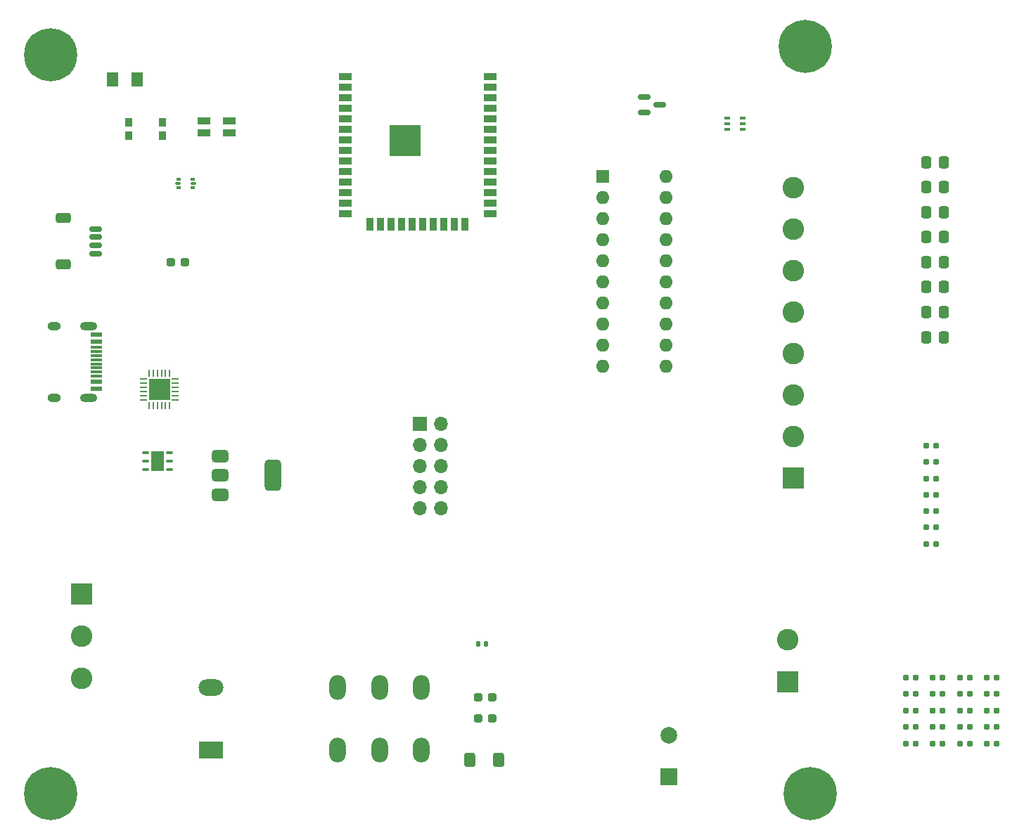
<source format=gbr>
%TF.GenerationSoftware,KiCad,Pcbnew,8.0.7*%
%TF.CreationDate,2024-12-30T15:32:59-05:00*%
%TF.ProjectId,IoT,496f542e-6b69-4636-9164-5f7063625858,rev?*%
%TF.SameCoordinates,Original*%
%TF.FileFunction,Copper,L1,Top*%
%TF.FilePolarity,Positive*%
%FSLAX46Y46*%
G04 Gerber Fmt 4.6, Leading zero omitted, Abs format (unit mm)*
G04 Created by KiCad (PCBNEW 8.0.7) date 2024-12-30 15:32:59*
%MOMM*%
%LPD*%
G01*
G04 APERTURE LIST*
G04 Aperture macros list*
%AMRoundRect*
0 Rectangle with rounded corners*
0 $1 Rounding radius*
0 $2 $3 $4 $5 $6 $7 $8 $9 X,Y pos of 4 corners*
0 Add a 4 corners polygon primitive as box body*
4,1,4,$2,$3,$4,$5,$6,$7,$8,$9,$2,$3,0*
0 Add four circle primitives for the rounded corners*
1,1,$1+$1,$2,$3*
1,1,$1+$1,$4,$5*
1,1,$1+$1,$6,$7*
1,1,$1+$1,$8,$9*
0 Add four rect primitives between the rounded corners*
20,1,$1+$1,$2,$3,$4,$5,0*
20,1,$1+$1,$4,$5,$6,$7,0*
20,1,$1+$1,$6,$7,$8,$9,0*
20,1,$1+$1,$8,$9,$2,$3,0*%
G04 Aperture macros list end*
%TA.AperFunction,SMDPad,CuDef*%
%ADD10R,1.450000X0.600000*%
%TD*%
%TA.AperFunction,SMDPad,CuDef*%
%ADD11R,1.450000X0.300000*%
%TD*%
%TA.AperFunction,ComponentPad*%
%ADD12O,2.100000X1.000000*%
%TD*%
%TA.AperFunction,ComponentPad*%
%ADD13O,1.600000X1.000000*%
%TD*%
%TA.AperFunction,ComponentPad*%
%ADD14R,2.600000X2.600000*%
%TD*%
%TA.AperFunction,ComponentPad*%
%ADD15C,2.600000*%
%TD*%
%TA.AperFunction,SMDPad,CuDef*%
%ADD16RoundRect,0.375000X-0.625000X-0.375000X0.625000X-0.375000X0.625000X0.375000X-0.625000X0.375000X0*%
%TD*%
%TA.AperFunction,SMDPad,CuDef*%
%ADD17RoundRect,0.500000X-0.500000X-1.400000X0.500000X-1.400000X0.500000X1.400000X-0.500000X1.400000X0*%
%TD*%
%TA.AperFunction,ComponentPad*%
%ADD18R,1.600000X1.600000*%
%TD*%
%TA.AperFunction,ComponentPad*%
%ADD19O,1.600000X1.600000*%
%TD*%
%TA.AperFunction,SMDPad,CuDef*%
%ADD20RoundRect,0.100000X-0.300000X-0.100000X0.300000X-0.100000X0.300000X0.100000X-0.300000X0.100000X0*%
%TD*%
%TA.AperFunction,HeatsinkPad*%
%ADD21R,1.500000X2.400000*%
%TD*%
%TA.AperFunction,SMDPad,CuDef*%
%ADD22RoundRect,0.062500X-0.350000X-0.062500X0.350000X-0.062500X0.350000X0.062500X-0.350000X0.062500X0*%
%TD*%
%TA.AperFunction,SMDPad,CuDef*%
%ADD23RoundRect,0.062500X-0.062500X-0.350000X0.062500X-0.350000X0.062500X0.350000X-0.062500X0.350000X0*%
%TD*%
%TA.AperFunction,HeatsinkPad*%
%ADD24R,2.600000X2.600000*%
%TD*%
%TA.AperFunction,SMDPad,CuDef*%
%ADD25RoundRect,0.093750X-0.156250X-0.093750X0.156250X-0.093750X0.156250X0.093750X-0.156250X0.093750X0*%
%TD*%
%TA.AperFunction,SMDPad,CuDef*%
%ADD26RoundRect,0.075000X-0.250000X-0.075000X0.250000X-0.075000X0.250000X0.075000X-0.250000X0.075000X0*%
%TD*%
%TA.AperFunction,SMDPad,CuDef*%
%ADD27R,0.900000X0.900000*%
%TD*%
%TA.AperFunction,HeatsinkPad*%
%ADD28C,0.600000*%
%TD*%
%TA.AperFunction,SMDPad,CuDef*%
%ADD29R,3.800000X3.800000*%
%TD*%
%TA.AperFunction,SMDPad,CuDef*%
%ADD30R,1.500000X0.900000*%
%TD*%
%TA.AperFunction,SMDPad,CuDef*%
%ADD31R,0.900000X1.500000*%
%TD*%
%TA.AperFunction,SMDPad,CuDef*%
%ADD32R,0.900000X1.000000*%
%TD*%
%TA.AperFunction,SMDPad,CuDef*%
%ADD33RoundRect,0.160000X-0.197500X-0.160000X0.197500X-0.160000X0.197500X0.160000X-0.197500X0.160000X0*%
%TD*%
%TA.AperFunction,SMDPad,CuDef*%
%ADD34RoundRect,0.150000X-0.587500X-0.150000X0.587500X-0.150000X0.587500X0.150000X-0.587500X0.150000X0*%
%TD*%
%TA.AperFunction,SMDPad,CuDef*%
%ADD35RoundRect,0.100000X-0.225000X-0.100000X0.225000X-0.100000X0.225000X0.100000X-0.225000X0.100000X0*%
%TD*%
%TA.AperFunction,ComponentPad*%
%ADD36O,2.000000X3.000000*%
%TD*%
%TA.AperFunction,ComponentPad*%
%ADD37R,3.000000X2.000000*%
%TD*%
%TA.AperFunction,ComponentPad*%
%ADD38O,3.000000X2.000000*%
%TD*%
%TA.AperFunction,ComponentPad*%
%ADD39R,1.700000X1.700000*%
%TD*%
%TA.AperFunction,ComponentPad*%
%ADD40O,1.700000X1.700000*%
%TD*%
%TA.AperFunction,SMDPad,CuDef*%
%ADD41RoundRect,0.150000X-0.625000X0.150000X-0.625000X-0.150000X0.625000X-0.150000X0.625000X0.150000X0*%
%TD*%
%TA.AperFunction,SMDPad,CuDef*%
%ADD42RoundRect,0.250000X-0.650000X0.350000X-0.650000X-0.350000X0.650000X-0.350000X0.650000X0.350000X0*%
%TD*%
%TA.AperFunction,ComponentPad*%
%ADD43C,0.800000*%
%TD*%
%TA.AperFunction,ComponentPad*%
%ADD44C,6.400000*%
%TD*%
%TA.AperFunction,SMDPad,CuDef*%
%ADD45RoundRect,0.237500X-0.287500X-0.237500X0.287500X-0.237500X0.287500X0.237500X-0.287500X0.237500X0*%
%TD*%
%TA.AperFunction,SMDPad,CuDef*%
%ADD46RoundRect,0.250001X-0.462499X-0.624999X0.462499X-0.624999X0.462499X0.624999X-0.462499X0.624999X0*%
%TD*%
%TA.AperFunction,SMDPad,CuDef*%
%ADD47RoundRect,0.147500X-0.147500X-0.172500X0.147500X-0.172500X0.147500X0.172500X-0.147500X0.172500X0*%
%TD*%
%TA.AperFunction,SMDPad,CuDef*%
%ADD48RoundRect,0.250000X-0.400000X-0.600000X0.400000X-0.600000X0.400000X0.600000X-0.400000X0.600000X0*%
%TD*%
%TA.AperFunction,SMDPad,CuDef*%
%ADD49RoundRect,0.155000X-0.212500X-0.155000X0.212500X-0.155000X0.212500X0.155000X-0.212500X0.155000X0*%
%TD*%
%TA.AperFunction,SMDPad,CuDef*%
%ADD50RoundRect,0.250000X-0.337500X-0.475000X0.337500X-0.475000X0.337500X0.475000X-0.337500X0.475000X0*%
%TD*%
%TA.AperFunction,ComponentPad*%
%ADD51R,2.000000X2.000000*%
%TD*%
%TA.AperFunction,ComponentPad*%
%ADD52C,2.000000*%
%TD*%
G04 APERTURE END LIST*
D10*
%TO.P,J1,A1,GND*%
%TO.N,N/C*%
X111045000Y-89750000D03*
%TO.P,J1,A4,VBUS*%
X111045000Y-90550000D03*
D11*
%TO.P,J1,A5,CC1*%
X111045000Y-91750000D03*
%TO.P,J1,A6,D+*%
X111045000Y-92750000D03*
%TO.P,J1,A7,D-*%
X111045000Y-93250000D03*
%TO.P,J1,A8,SBU1*%
X111045000Y-94250000D03*
D10*
%TO.P,J1,A9,VBUS*%
X111045000Y-95450000D03*
%TO.P,J1,A12,GND*%
X111045000Y-96250000D03*
%TO.P,J1,B1,GND*%
X111045000Y-96250000D03*
%TO.P,J1,B4,VBUS*%
X111045000Y-95450000D03*
D11*
%TO.P,J1,B5,CC2*%
X111045000Y-94750000D03*
%TO.P,J1,B6,D+*%
X111045000Y-93750000D03*
%TO.P,J1,B7,D-*%
X111045000Y-92250000D03*
%TO.P,J1,B8,SBU2*%
X111045000Y-91250000D03*
D10*
%TO.P,J1,B9,VBUS*%
X111045000Y-90550000D03*
%TO.P,J1,B12,GND*%
X111045000Y-89750000D03*
D12*
%TO.P,J1,S1,SHIELD*%
X110130000Y-88680000D03*
D13*
X105950000Y-88680000D03*
D12*
X110130000Y-97320000D03*
D13*
X105950000Y-97320000D03*
%TD*%
D14*
%TO.P,J3,1,Pin_1*%
%TO.N,N/C*%
X109300000Y-121000000D03*
D15*
%TO.P,J3,2,Pin_2*%
X109300000Y-126080000D03*
%TO.P,J3,3,Pin_3*%
X109300000Y-131160000D03*
%TD*%
D16*
%TO.P,U6,1,GND*%
%TO.N,GND*%
X126000000Y-104400000D03*
%TO.P,U6,2,VO*%
%TO.N,+3.3V*%
X126000000Y-106700000D03*
D17*
X132300000Y-106700000D03*
D16*
%TO.P,U6,3,VI*%
%TO.N,+5V*%
X126000000Y-109000000D03*
%TD*%
D18*
%TO.P,U5,1,A->B*%
%TO.N,+5V*%
X172000000Y-70680000D03*
D19*
%TO.P,U5,2,A0*%
%TO.N,/LEDSTR1*%
X172000000Y-73220000D03*
%TO.P,U5,3,A1*%
%TO.N,/LEDSTR2*%
X172000000Y-75760000D03*
%TO.P,U5,4,A2*%
%TO.N,/LEDSTR3*%
X172000000Y-78300000D03*
%TO.P,U5,5,A3*%
%TO.N,/LEDSTR4*%
X172000000Y-80840000D03*
%TO.P,U5,6,A4*%
%TO.N,GND*%
X172000000Y-83380000D03*
%TO.P,U5,7,A5*%
X172000000Y-85920000D03*
%TO.P,U5,8,A6*%
X172000000Y-88460000D03*
%TO.P,U5,9,A7*%
X172000000Y-91000000D03*
%TO.P,U5,10,GND*%
X172000000Y-93540000D03*
%TO.P,U5,11,B7*%
%TO.N,unconnected-(U5-B7-Pad11)*%
X179620000Y-93540000D03*
%TO.P,U5,12,B6*%
%TO.N,unconnected-(U5-B6-Pad12)*%
X179620000Y-91000000D03*
%TO.P,U5,13,B5*%
%TO.N,unconnected-(U5-B5-Pad13)*%
X179620000Y-88460000D03*
%TO.P,U5,14,B4*%
%TO.N,unconnected-(U5-B4-Pad14)*%
X179620000Y-85920000D03*
%TO.P,U5,15,B3*%
%TO.N,Net-(U5-B3)*%
X179620000Y-83380000D03*
%TO.P,U5,16,B2*%
%TO.N,Net-(U5-B2)*%
X179620000Y-80840000D03*
%TO.P,U5,17,B1*%
%TO.N,Net-(U5-B1)*%
X179620000Y-78300000D03*
%TO.P,U5,18,B0*%
%TO.N,Net-(U5-B0)*%
X179620000Y-75760000D03*
%TO.P,U5,19,CE*%
%TO.N,GND*%
X179620000Y-73220000D03*
%TO.P,U5,20,VCC*%
%TO.N,+5V*%
X179620000Y-70680000D03*
%TD*%
D20*
%TO.P,U4,1,SDA*%
%TO.N,/SDA*%
X117000000Y-104000000D03*
%TO.P,U4,2,GND*%
%TO.N,GND*%
X117000000Y-105000000D03*
%TO.P,U4,3,NC*%
%TO.N,unconnected-(U4-NC-Pad3)*%
X117000000Y-106000000D03*
%TO.P,U4,4,NC*%
%TO.N,unconnected-(U4-NC-Pad4)*%
X119900000Y-106000000D03*
%TO.P,U4,5,VDD*%
%TO.N,+3.3V*%
X119900000Y-105000000D03*
%TO.P,U4,6,SCL*%
%TO.N,/SCL*%
X119900000Y-104000000D03*
D21*
%TO.P,U4,7,PAD*%
%TO.N,GND*%
X118450000Y-105000000D03*
%TD*%
D22*
%TO.P,U3,1,~{RI}*%
%TO.N,unconnected-(U3-~{RI}-Pad1)*%
X116712500Y-95100000D03*
%TO.P,U3,2,GND*%
%TO.N,GND*%
X116712500Y-95600000D03*
%TO.P,U3,3,D+*%
%TO.N,Net-(U3-D+)*%
X116712500Y-96100000D03*
%TO.P,U3,4,D-*%
%TO.N,Net-(U3-D-)*%
X116712500Y-96600000D03*
%TO.P,U3,5,VIO*%
%TO.N,+3.3VA*%
X116712500Y-97100000D03*
%TO.P,U3,6,VDD*%
X116712500Y-97600000D03*
D23*
%TO.P,U3,7,REGIN*%
%TO.N,+5V*%
X117400000Y-98287500D03*
%TO.P,U3,8,VBUS*%
X117900000Y-98287500D03*
%TO.P,U3,9,~{RST}*%
%TO.N,Net-(U3-~{RST})*%
X118400000Y-98287500D03*
%TO.P,U3,10,NC*%
%TO.N,unconnected-(U3-NC-Pad10)*%
X118900000Y-98287500D03*
%TO.P,U3,11,GPIO.3*%
%TO.N,unconnected-(U3-GPIO.3-Pad11)*%
X119400000Y-98287500D03*
%TO.P,U3,12,RS485/GPIO.2*%
%TO.N,unconnected-(U3-RS485{slash}GPIO.2-Pad12)*%
X119900000Y-98287500D03*
D22*
%TO.P,U3,13,RXT/GPIO.1*%
%TO.N,unconnected-(U3-RXT{slash}GPIO.1-Pad13)*%
X120587500Y-97600000D03*
%TO.P,U3,14,TXT/GPIO.0*%
%TO.N,unconnected-(U3-TXT{slash}GPIO.0-Pad14)*%
X120587500Y-97100000D03*
%TO.P,U3,15,~{SUSPEND}*%
%TO.N,unconnected-(U3-~{SUSPEND}-Pad15)*%
X120587500Y-96600000D03*
%TO.P,U3,16,VPP*%
%TO.N,Net-(U3-VPP)*%
X120587500Y-96100000D03*
%TO.P,U3,17,SUSPEND*%
%TO.N,unconnected-(U3-SUSPEND-Pad17)*%
X120587500Y-95600000D03*
%TO.P,U3,18,~{CTS}*%
%TO.N,unconnected-(U3-~{CTS}-Pad18)*%
X120587500Y-95100000D03*
D23*
%TO.P,U3,19,~{RTS}*%
%TO.N,unconnected-(U3-~{RTS}-Pad19)*%
X119900000Y-94412500D03*
%TO.P,U3,20,RXD*%
%TO.N,Net-(U3-RXD)*%
X119400000Y-94412500D03*
%TO.P,U3,21,TXD*%
%TO.N,Net-(U3-TXD)*%
X118900000Y-94412500D03*
%TO.P,U3,22,~{DSR}*%
%TO.N,unconnected-(U3-~{DSR}-Pad22)*%
X118400000Y-94412500D03*
%TO.P,U3,23,~{DTR}*%
%TO.N,/DTR*%
X117900000Y-94412500D03*
%TO.P,U3,24,~{DCD}*%
%TO.N,unconnected-(U3-~{DCD}-Pad24)*%
X117400000Y-94412500D03*
D24*
%TO.P,U3,25,GND*%
%TO.N,GND*%
X118650000Y-96350000D03*
%TD*%
D25*
%TO.P,U2,1,I/O1*%
%TO.N,Net-(U3-D-)*%
X121000000Y-71000000D03*
D26*
%TO.P,U2,2,GND*%
%TO.N,GND*%
X120925000Y-71537500D03*
D25*
%TO.P,U2,3,I/O2*%
%TO.N,Net-(J1-D--PadA7)*%
X121000000Y-72075000D03*
%TO.P,U2,4,I/O2*%
%TO.N,Net-(J1-D+-PadA6)*%
X122700000Y-72075000D03*
D26*
%TO.P,U2,5,VBUS*%
%TO.N,+5V*%
X122775000Y-71537500D03*
D25*
%TO.P,U2,6,I/O1*%
%TO.N,Net-(U3-D+)*%
X122700000Y-71000000D03*
%TD*%
D27*
%TO.P,U1,39,GND*%
%TO.N,GND*%
X149650000Y-67770000D03*
D28*
X149650000Y-67070000D03*
D27*
X149650000Y-66370000D03*
D28*
X149650000Y-65670000D03*
D27*
X149650000Y-64970000D03*
D28*
X148950000Y-67770000D03*
X148950000Y-66370000D03*
X148950000Y-64970000D03*
D27*
X148250000Y-67770000D03*
D29*
X148250000Y-66370000D03*
D27*
X148250000Y-66370000D03*
X148250000Y-64970000D03*
D28*
X148225000Y-67070000D03*
X148225000Y-65670000D03*
X147550000Y-67770000D03*
X147550000Y-66370000D03*
X147550000Y-64970000D03*
D27*
X146850000Y-67770000D03*
D28*
X146850000Y-67070000D03*
D27*
X146850000Y-66370000D03*
D28*
X146850000Y-65670000D03*
D27*
X146850000Y-64970000D03*
D30*
%TO.P,U1,38,GND*%
X158500000Y-58650000D03*
%TO.P,U1,37,IO23*%
%TO.N,/SCL*%
X158500000Y-59920000D03*
%TO.P,U1,36,IO22*%
%TO.N,/SDA*%
X158500000Y-61190000D03*
%TO.P,U1,35,TXD0/IO1*%
%TO.N,/RX*%
X158500000Y-62460000D03*
%TO.P,U1,34,RXD0/IO3*%
%TO.N,/TX*%
X158500000Y-63730000D03*
%TO.P,U1,33,IO21*%
%TO.N,/SW*%
X158500000Y-65000000D03*
%TO.P,U1,32,NC*%
%TO.N,unconnected-(U1-NC-Pad32)*%
X158500000Y-66270000D03*
%TO.P,U1,31,IO19*%
%TO.N,/LEDSTR4*%
X158500000Y-67540000D03*
%TO.P,U1,30,IO18*%
%TO.N,/LEDSTR3*%
X158500000Y-68810000D03*
%TO.P,U1,29,IO5*%
%TO.N,unconnected-(U1-IO5-Pad29)*%
X158500000Y-70080000D03*
%TO.P,U1,28,IO17*%
%TO.N,/LEDSTR2*%
X158500000Y-71350000D03*
%TO.P,U1,27,IO16*%
%TO.N,/LEDSTR1*%
X158500000Y-72620000D03*
%TO.P,U1,26,IO4*%
%TO.N,unconnected-(U1-IO4-Pad26)*%
X158500000Y-73890000D03*
%TO.P,U1,25,IO0*%
%TO.N,/IO0*%
X158500000Y-75160000D03*
D31*
%TO.P,U1,24,IO2*%
%TO.N,unconnected-(U1-IO2-Pad24)*%
X155470000Y-76410000D03*
%TO.P,U1,23,IO15*%
%TO.N,/LED_G*%
X154200000Y-76410000D03*
%TO.P,U1,22,SDI/SD1*%
%TO.N,unconnected-(U1-SDI{slash}SD1-Pad22)*%
X152930000Y-76410000D03*
%TO.P,U1,21,SDO/SD0*%
%TO.N,unconnected-(U1-SDO{slash}SD0-Pad21)*%
X151660000Y-76410000D03*
%TO.P,U1,20,SCK/CLK*%
%TO.N,unconnected-(U1-SCK{slash}CLK-Pad20)*%
X150390000Y-76410000D03*
%TO.P,U1,19,SCS/CMD*%
%TO.N,unconnected-(U1-SCS{slash}CMD-Pad19)*%
X149120000Y-76410000D03*
%TO.P,U1,18,SWP/SD3*%
%TO.N,unconnected-(U1-SWP{slash}SD3-Pad18)*%
X147850000Y-76410000D03*
%TO.P,U1,17,SHD/SD2*%
%TO.N,unconnected-(U1-SHD{slash}SD2-Pad17)*%
X146580000Y-76410000D03*
%TO.P,U1,16,IO13*%
%TO.N,/LED_R*%
X145310000Y-76410000D03*
%TO.P,U1,15,GND*%
%TO.N,GND*%
X144040000Y-76410000D03*
D30*
%TO.P,U1,14,IO12*%
%TO.N,unconnected-(U1-IO12-Pad14)*%
X141000000Y-75160000D03*
%TO.P,U1,13,IO14*%
%TO.N,/LED_B*%
X141000000Y-73890000D03*
%TO.P,U1,12,IO27*%
%TO.N,/GPIO27*%
X141000000Y-72620000D03*
%TO.P,U1,11,IO26*%
%TO.N,/GPIO26*%
X141000000Y-71350000D03*
%TO.P,U1,10,IO25*%
%TO.N,/RELAY*%
X141000000Y-70080000D03*
%TO.P,U1,9,IO33*%
%TO.N,/GPIO33*%
X141000000Y-68810000D03*
%TO.P,U1,8,IO32*%
%TO.N,/GPIO32*%
X141000000Y-67540000D03*
%TO.P,U1,7,IO35*%
%TO.N,/GPIO35*%
X141000000Y-66270000D03*
%TO.P,U1,6,IO34*%
%TO.N,/GPIO34*%
X141000000Y-65000000D03*
%TO.P,U1,5,SENSOR_VN*%
%TO.N,unconnected-(U1-SENSOR_VN-Pad5)*%
X141000000Y-63730000D03*
%TO.P,U1,4,SENSOR_VP*%
%TO.N,unconnected-(U1-SENSOR_VP-Pad4)*%
X141000000Y-62460000D03*
%TO.P,U1,3,EN*%
%TO.N,/EN*%
X141000000Y-61190000D03*
%TO.P,U1,2,VDD*%
%TO.N,+3.3V*%
X141000000Y-59920000D03*
%TO.P,U1,1,GND*%
%TO.N,GND*%
X141000000Y-58650000D03*
%TD*%
D32*
%TO.P,SW1,1,A*%
%TO.N,GND*%
X114950000Y-64200000D03*
X119050000Y-64200000D03*
%TO.P,SW1,2,B*%
%TO.N,/SW*%
X114950000Y-65800000D03*
X119050000Y-65800000D03*
%TD*%
D33*
%TO.P,R20,2*%
%TO.N,/EN*%
X219445000Y-138990000D03*
%TO.P,R20,1*%
%TO.N,+3.3V*%
X218250000Y-138990000D03*
%TD*%
%TO.P,R19,2*%
%TO.N,Net-(J4-Pin_6)*%
X219445000Y-137000000D03*
%TO.P,R19,1*%
%TO.N,Net-(U5-B3)*%
X218250000Y-137000000D03*
%TD*%
%TO.P,R18,1*%
%TO.N,Net-(U5-B2)*%
X218250000Y-135010000D03*
%TO.P,R18,2*%
%TO.N,Net-(J4-Pin_5)*%
X219445000Y-135010000D03*
%TD*%
%TO.P,R17,1*%
%TO.N,Net-(U5-B1)*%
X218250000Y-133020000D03*
%TO.P,R17,2*%
%TO.N,Net-(J4-Pin_4)*%
X219445000Y-133020000D03*
%TD*%
%TO.P,R16,1*%
%TO.N,+5V*%
X218250000Y-131030000D03*
%TO.P,R16,2*%
%TO.N,Net-(D2-A)*%
X219445000Y-131030000D03*
%TD*%
%TO.P,R15,2*%
%TO.N,Net-(Q2-B)*%
X216195000Y-138990000D03*
%TO.P,R15,1*%
%TO.N,unconnected-(R15-Pad1)*%
X215000000Y-138990000D03*
%TD*%
%TO.P,R14,2*%
%TO.N,GND*%
X216195000Y-137000000D03*
%TO.P,R14,1*%
%TO.N,Net-(Q2-B)*%
X215000000Y-137000000D03*
%TD*%
%TO.P,R13,1*%
%TO.N,+3.3V*%
X215000000Y-135010000D03*
%TO.P,R13,2*%
%TO.N,/SCL*%
X216195000Y-135010000D03*
%TD*%
%TO.P,R12,1*%
%TO.N,+3.3V*%
X215000000Y-133020000D03*
%TO.P,R12,2*%
%TO.N,/SDA*%
X216195000Y-133020000D03*
%TD*%
%TO.P,R11,1*%
%TO.N,Net-(U5-B0)*%
X215000000Y-131030000D03*
%TO.P,R11,2*%
%TO.N,Net-(J4-Pin_3)*%
X216195000Y-131030000D03*
%TD*%
%TO.P,R10,2*%
%TO.N,Net-(D3-BK)*%
X212945000Y-138990000D03*
%TO.P,R10,1*%
%TO.N,/LED_B*%
X211750000Y-138990000D03*
%TD*%
%TO.P,R9,2*%
%TO.N,Net-(D3-GK)*%
X212945000Y-137000000D03*
%TO.P,R9,1*%
%TO.N,/LED_G*%
X211750000Y-137000000D03*
%TD*%
%TO.P,R8,1*%
%TO.N,/LED_R*%
X211750000Y-135010000D03*
%TO.P,R8,2*%
%TO.N,Net-(D3-RK)*%
X212945000Y-135010000D03*
%TD*%
%TO.P,R7,1*%
%TO.N,+3.3V*%
X211750000Y-133020000D03*
%TO.P,R7,2*%
%TO.N,/SW*%
X212945000Y-133020000D03*
%TD*%
%TO.P,R6,1*%
%TO.N,+3.3V*%
X211750000Y-131030000D03*
%TO.P,R6,2*%
%TO.N,Net-(D4-A)*%
X212945000Y-131030000D03*
%TD*%
%TO.P,R5,2*%
%TO.N,/TX*%
X209695000Y-138990000D03*
%TO.P,R5,1*%
%TO.N,Net-(U3-RXD)*%
X208500000Y-138990000D03*
%TD*%
%TO.P,R4,2*%
%TO.N,/RX*%
X209695000Y-137000000D03*
%TO.P,R4,1*%
%TO.N,Net-(U3-TXD)*%
X208500000Y-137000000D03*
%TD*%
%TO.P,R3,1*%
%TO.N,+3.3VA*%
X208500000Y-135010000D03*
%TO.P,R3,2*%
%TO.N,Net-(U3-~{RST})*%
X209695000Y-135010000D03*
%TD*%
%TO.P,R2,1*%
%TO.N,Net-(J1-CC1)*%
X208500000Y-133020000D03*
%TO.P,R2,2*%
%TO.N,GND*%
X209695000Y-133020000D03*
%TD*%
%TO.P,R1,1*%
%TO.N,Net-(J1-CC2)*%
X208500000Y-131030000D03*
%TO.P,R1,2*%
%TO.N,GND*%
X209695000Y-131030000D03*
%TD*%
D34*
%TO.P,Q2,1,B*%
%TO.N,Net-(Q2-B)*%
X177000000Y-61100000D03*
%TO.P,Q2,2,E*%
%TO.N,GND*%
X177000000Y-63000000D03*
%TO.P,Q2,3,C*%
%TO.N,Net-(D1-A)*%
X178875000Y-62050000D03*
%TD*%
D35*
%TO.P,Q1,1,E1*%
%TO.N,/DTR*%
X187000000Y-63700000D03*
%TO.P,Q1,2,B1*%
%TO.N,Net-(Q1A-B1)*%
X187000000Y-64350000D03*
%TO.P,Q1,3,C2*%
X187000000Y-65000000D03*
%TO.P,Q1,4,E2*%
%TO.N,/EN*%
X188900000Y-65000000D03*
%TO.P,Q1,5,B2*%
%TO.N,/DTR*%
X188900000Y-64350000D03*
%TO.P,Q1,6,C1*%
%TO.N,/IO0*%
X188900000Y-63700000D03*
%TD*%
D36*
%TO.P,K1,11*%
%TO.N,Net-(J3-Pin_2)*%
X145150000Y-132250000D03*
X145150000Y-139750000D03*
%TO.P,K1,12*%
%TO.N,Net-(J3-Pin_1)*%
X140110000Y-132250000D03*
X140110000Y-139750000D03*
%TO.P,K1,14*%
%TO.N,Net-(J3-Pin_3)*%
X150190000Y-132250000D03*
X150190000Y-139750000D03*
D37*
%TO.P,K1,A1*%
%TO.N,+5V*%
X124850000Y-139750000D03*
D38*
%TO.P,K1,A2*%
%TO.N,Net-(D1-A)*%
X124850000Y-132250000D03*
%TD*%
D39*
%TO.P,J6,1,Pin_1*%
%TO.N,+3.3V*%
X150000000Y-100460000D03*
D40*
%TO.P,J6,2,Pin_2*%
X152540000Y-100460000D03*
%TO.P,J6,3,Pin_3*%
%TO.N,/GPIO26*%
X150000000Y-103000000D03*
%TO.P,J6,4,Pin_4*%
%TO.N,/GPIO33*%
X152540000Y-103000000D03*
%TO.P,J6,5,Pin_5*%
%TO.N,/GPIO27*%
X150000000Y-105540000D03*
%TO.P,J6,6,Pin_6*%
%TO.N,/GPIO34*%
X152540000Y-105540000D03*
%TO.P,J6,7,Pin_7*%
%TO.N,/GPIO32*%
X150000000Y-108080000D03*
%TO.P,J6,8,Pin_8*%
%TO.N,/GPIO35*%
X152540000Y-108080000D03*
%TO.P,J6,9,Pin_9*%
%TO.N,GND*%
X150000000Y-110620000D03*
%TO.P,J6,10,Pin_10*%
X152540000Y-110620000D03*
%TD*%
D14*
%TO.P,J5,1,Pin_1*%
%TO.N,Net-(J5-Pin_1)*%
X194305000Y-131545000D03*
D15*
%TO.P,J5,2,Pin_2*%
%TO.N,GND*%
X194305000Y-126465000D03*
%TD*%
%TO.P,J4,8,Pin_8*%
%TO.N,GND*%
X195000000Y-72000000D03*
%TO.P,J4,7,Pin_7*%
X195000000Y-77000000D03*
%TO.P,J4,6,Pin_6*%
%TO.N,Net-(J4-Pin_6)*%
X195000000Y-82000000D03*
%TO.P,J4,5,Pin_5*%
%TO.N,Net-(J4-Pin_5)*%
X195000000Y-87000000D03*
%TO.P,J4,4,Pin_4*%
%TO.N,Net-(J4-Pin_4)*%
X195000000Y-92000000D03*
%TO.P,J4,3,Pin_3*%
%TO.N,Net-(J4-Pin_3)*%
X195000000Y-97000000D03*
%TO.P,J4,2,Pin_2*%
%TO.N,Net-(J4-Pin_1)*%
X195000000Y-102000000D03*
D14*
%TO.P,J4,1,Pin_1*%
X195000000Y-107000000D03*
%TD*%
D41*
%TO.P,J2,1,Pin_1*%
%TO.N,GND*%
X111000000Y-77000000D03*
%TO.P,J2,2,Pin_2*%
%TO.N,+3.3V*%
X111000000Y-78000000D03*
%TO.P,J2,3,Pin_3*%
%TO.N,/SDA*%
X111000000Y-79000000D03*
%TO.P,J2,4,Pin_4*%
%TO.N,/SCL*%
X111000000Y-80000000D03*
D42*
%TO.P,J2,MP*%
%TO.N,N/C*%
X107125000Y-75700000D03*
X107125000Y-81300000D03*
%TD*%
D43*
%TO.P,H4,1,1*%
%TO.N,GND*%
X194600000Y-145000000D03*
X195302944Y-143302944D03*
X195302944Y-146697056D03*
X197000000Y-142600000D03*
D44*
X197000000Y-145000000D03*
D43*
X197000000Y-147400000D03*
X198697056Y-143302944D03*
X198697056Y-146697056D03*
X199400000Y-145000000D03*
%TD*%
%TO.P,H3,1,1*%
%TO.N,GND*%
X194000000Y-55000000D03*
X194702944Y-53302944D03*
X194702944Y-56697056D03*
X196400000Y-52600000D03*
D44*
X196400000Y-55000000D03*
D43*
X196400000Y-57400000D03*
X198097056Y-53302944D03*
X198097056Y-56697056D03*
X198800000Y-55000000D03*
%TD*%
%TO.P,H2,1,1*%
%TO.N,GND*%
X103200000Y-145000000D03*
X103902944Y-143302944D03*
X103902944Y-146697056D03*
X105600000Y-142600000D03*
D44*
X105600000Y-145000000D03*
D43*
X105600000Y-147400000D03*
X107297056Y-143302944D03*
X107297056Y-146697056D03*
X108000000Y-145000000D03*
%TD*%
%TO.P,H1,1,1*%
%TO.N,GND*%
X103200000Y-56000000D03*
X103902944Y-54302944D03*
X103902944Y-57697056D03*
X105600000Y-53600000D03*
D44*
X105600000Y-56000000D03*
D43*
X105600000Y-58400000D03*
X107297056Y-54302944D03*
X107297056Y-57697056D03*
X108000000Y-56000000D03*
%TD*%
D45*
%TO.P,FB1,1*%
%TO.N,+5VP*%
X120000000Y-81000000D03*
%TO.P,FB1,2*%
%TO.N,Net-(F2-Pad1)*%
X121750000Y-81000000D03*
%TD*%
D46*
%TO.P,F2,2*%
%TO.N,+5V*%
X115975000Y-59000000D03*
%TO.P,F2,1*%
%TO.N,Net-(F2-Pad1)*%
X113000000Y-59000000D03*
%TD*%
D47*
%TO.P,F1,1*%
%TO.N,Net-(J5-Pin_1)*%
X157000000Y-127000000D03*
%TO.P,F1,2*%
%TO.N,Net-(J4-Pin_1)*%
X157970000Y-127000000D03*
%TD*%
D45*
%TO.P,D4,1,K*%
%TO.N,GND*%
X157000000Y-136000000D03*
%TO.P,D4,2,A*%
%TO.N,Net-(D4-A)*%
X158750000Y-136000000D03*
%TD*%
D30*
%TO.P,D3,1,RK*%
%TO.N,Net-(D3-RK)*%
X127100000Y-64000000D03*
%TO.P,D3,2,GK*%
%TO.N,Net-(D3-GK)*%
X127100000Y-65400000D03*
%TO.P,D3,3,BK*%
%TO.N,Net-(D3-BK)*%
X124000000Y-64000000D03*
%TO.P,D3,4,A*%
%TO.N,+3.3V*%
X124000000Y-65400000D03*
%TD*%
D45*
%TO.P,D2,1,K*%
%TO.N,Net-(D1-A)*%
X157000000Y-133410000D03*
%TO.P,D2,2,A*%
%TO.N,Net-(D2-A)*%
X158750000Y-133410000D03*
%TD*%
D48*
%TO.P,D1,2,A*%
%TO.N,Net-(D1-A)*%
X159500000Y-141000000D03*
%TO.P,D1,1,K*%
%TO.N,+5V*%
X156000000Y-141000000D03*
%TD*%
D49*
%TO.P,C16,1*%
%TO.N,/EN*%
X211000000Y-114940000D03*
%TO.P,C16,2*%
%TO.N,GND*%
X212135000Y-114940000D03*
%TD*%
D50*
%TO.P,C15,1*%
%TO.N,+3.3V*%
X211000000Y-90040000D03*
%TO.P,C15,2*%
%TO.N,GND*%
X213075000Y-90040000D03*
%TD*%
D49*
%TO.P,C14,1*%
%TO.N,+3.3V*%
X211000000Y-112970000D03*
%TO.P,C14,2*%
%TO.N,GND*%
X212135000Y-112970000D03*
%TD*%
%TO.P,C13,1*%
%TO.N,+3.3V*%
X211000000Y-111000000D03*
%TO.P,C13,2*%
%TO.N,GND*%
X212135000Y-111000000D03*
%TD*%
D50*
%TO.P,C12,1*%
%TO.N,+3.3V*%
X211000000Y-87030000D03*
%TO.P,C12,2*%
%TO.N,GND*%
X213075000Y-87030000D03*
%TD*%
D49*
%TO.P,C11,1*%
%TO.N,+5V*%
X211000000Y-109030000D03*
%TO.P,C11,2*%
%TO.N,GND*%
X212135000Y-109030000D03*
%TD*%
%TO.P,C10,2*%
%TO.N,GND*%
X212135000Y-107060000D03*
%TO.P,C10,1*%
%TO.N,/SW*%
X211000000Y-107060000D03*
%TD*%
D50*
%TO.P,C9,1*%
%TO.N,+3.3V*%
X211000000Y-84020000D03*
%TO.P,C9,2*%
%TO.N,GND*%
X213075000Y-84020000D03*
%TD*%
%TO.P,C8,1*%
%TO.N,+5V*%
X211000000Y-81010000D03*
%TO.P,C8,2*%
%TO.N,GND*%
X213075000Y-81010000D03*
%TD*%
%TO.P,C7,1*%
%TO.N,Net-(U3-VPP)*%
X211000000Y-78000000D03*
%TO.P,C7,2*%
%TO.N,GND*%
X213075000Y-78000000D03*
%TD*%
D49*
%TO.P,C6,2*%
%TO.N,GND*%
X212135000Y-105090000D03*
%TO.P,C6,1*%
%TO.N,+3.3VA*%
X211000000Y-105090000D03*
%TD*%
D50*
%TO.P,C5,1*%
%TO.N,+3.3VA*%
X211000000Y-74990000D03*
%TO.P,C5,2*%
%TO.N,GND*%
X213075000Y-74990000D03*
%TD*%
%TO.P,C4,1*%
%TO.N,+5V*%
X211000000Y-71980000D03*
%TO.P,C4,2*%
%TO.N,GND*%
X213075000Y-71980000D03*
%TD*%
%TO.P,C3,1*%
%TO.N,+5V*%
X211000000Y-68970000D03*
%TO.P,C3,2*%
%TO.N,GND*%
X213075000Y-68970000D03*
%TD*%
D49*
%TO.P,C2,1*%
%TO.N,+5V*%
X211000000Y-103120000D03*
%TO.P,C2,2*%
%TO.N,GND*%
X212135000Y-103120000D03*
%TD*%
D51*
%TO.P,C1,1*%
%TO.N,Net-(J5-Pin_1)*%
X180000000Y-143000000D03*
D52*
%TO.P,C1,2*%
%TO.N,GND*%
X180000000Y-138000000D03*
%TD*%
M02*

</source>
